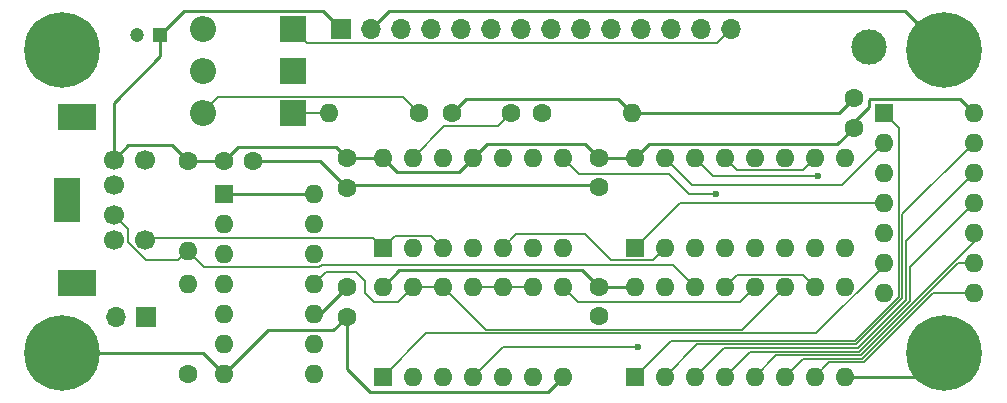
<source format=gtl>
G04 #@! TF.GenerationSoftware,KiCad,Pcbnew,7.0.5-0*
G04 #@! TF.CreationDate,2023-06-23T22:43:01+02:00*
G04 #@! TF.ProjectId,ps2_interface,7073325f-696e-4746-9572-666163652e6b,1.2*
G04 #@! TF.SameCoordinates,Original*
G04 #@! TF.FileFunction,Copper,L1,Top*
G04 #@! TF.FilePolarity,Positive*
%FSLAX46Y46*%
G04 Gerber Fmt 4.6, Leading zero omitted, Abs format (unit mm)*
G04 Created by KiCad (PCBNEW 7.0.5-0) date 2023-06-23 22:43:01*
%MOMM*%
%LPD*%
G01*
G04 APERTURE LIST*
G04 #@! TA.AperFunction,ComponentPad*
%ADD10C,1.600000*%
G04 #@! TD*
G04 #@! TA.AperFunction,ComponentPad*
%ADD11R,2.200000X2.200000*%
G04 #@! TD*
G04 #@! TA.AperFunction,ComponentPad*
%ADD12O,2.200000X2.200000*%
G04 #@! TD*
G04 #@! TA.AperFunction,ComponentPad*
%ADD13O,1.600000X1.600000*%
G04 #@! TD*
G04 #@! TA.AperFunction,ComponentPad*
%ADD14R,1.600000X1.600000*%
G04 #@! TD*
G04 #@! TA.AperFunction,ComponentPad*
%ADD15C,1.700000*%
G04 #@! TD*
G04 #@! TA.AperFunction,ComponentPad*
%ADD16R,3.200000X2.200000*%
G04 #@! TD*
G04 #@! TA.AperFunction,ComponentPad*
%ADD17R,2.200000X3.700000*%
G04 #@! TD*
G04 #@! TA.AperFunction,ComponentPad*
%ADD18C,6.400000*%
G04 #@! TD*
G04 #@! TA.AperFunction,ComponentPad*
%ADD19R,1.200000X1.200000*%
G04 #@! TD*
G04 #@! TA.AperFunction,ComponentPad*
%ADD20C,1.200000*%
G04 #@! TD*
G04 #@! TA.AperFunction,ComponentPad*
%ADD21R,1.700000X1.700000*%
G04 #@! TD*
G04 #@! TA.AperFunction,ComponentPad*
%ADD22O,1.700000X1.700000*%
G04 #@! TD*
G04 #@! TA.AperFunction,ComponentPad*
%ADD23C,3.000000*%
G04 #@! TD*
G04 #@! TA.AperFunction,ViaPad*
%ADD24C,0.600000*%
G04 #@! TD*
G04 #@! TA.AperFunction,Conductor*
%ADD25C,0.254000*%
G04 #@! TD*
G04 #@! TA.AperFunction,Conductor*
%ADD26C,0.152400*%
G04 #@! TD*
G04 APERTURE END LIST*
D10*
X118070000Y-69596000D03*
X113070000Y-69596000D03*
X147066000Y-70846000D03*
X147066000Y-68346000D03*
X125476000Y-84328000D03*
X125476000Y-86828000D03*
X125476000Y-73406000D03*
X125476000Y-75906000D03*
X104125000Y-84338000D03*
X104125000Y-86838000D03*
X104125000Y-73416000D03*
X104125000Y-75916000D03*
X93726000Y-73660000D03*
X96226000Y-73660000D03*
D11*
X99568000Y-69596000D03*
D12*
X91948000Y-69596000D03*
D10*
X110236000Y-69596000D03*
D13*
X102616000Y-69596000D03*
D10*
X90678000Y-91694000D03*
D13*
X90678000Y-84074000D03*
D10*
X120650000Y-69596000D03*
D13*
X128270000Y-69596000D03*
D14*
X128524000Y-91948000D03*
D13*
X131064000Y-91948000D03*
X133604000Y-91948000D03*
X136144000Y-91948000D03*
X138684000Y-91948000D03*
X141224000Y-91948000D03*
X143764000Y-91948000D03*
X146304000Y-91948000D03*
X146304000Y-84328000D03*
X143764000Y-84328000D03*
X141224000Y-84328000D03*
X138684000Y-84328000D03*
X136144000Y-84328000D03*
X133604000Y-84328000D03*
X131064000Y-84328000D03*
X128524000Y-84328000D03*
D14*
X128524000Y-81026000D03*
D13*
X131064000Y-81026000D03*
X133604000Y-81026000D03*
X136144000Y-81026000D03*
X138684000Y-81026000D03*
X141224000Y-81026000D03*
X143764000Y-81026000D03*
X146304000Y-81026000D03*
X146304000Y-73406000D03*
X143764000Y-73406000D03*
X141224000Y-73406000D03*
X138684000Y-73406000D03*
X136144000Y-73406000D03*
X133604000Y-73406000D03*
X131064000Y-73406000D03*
X128524000Y-73406000D03*
D14*
X107183000Y-91938000D03*
D13*
X109723000Y-91938000D03*
X112263000Y-91938000D03*
X114803000Y-91938000D03*
X117343000Y-91938000D03*
X119883000Y-91938000D03*
X122423000Y-91938000D03*
X122423000Y-84318000D03*
X119883000Y-84318000D03*
X117343000Y-84318000D03*
X114803000Y-84318000D03*
X112263000Y-84318000D03*
X109723000Y-84318000D03*
X107183000Y-84318000D03*
D15*
X84405000Y-78262000D03*
X84405000Y-75662000D03*
X84405000Y-80362000D03*
X84405000Y-73562000D03*
X87030000Y-80362000D03*
X87030000Y-73562000D03*
D16*
X81280000Y-83962000D03*
D17*
X80480000Y-76962000D03*
D16*
X81280000Y-69962000D03*
D18*
X80010000Y-89916000D03*
X154686000Y-64262000D03*
X154686000Y-89916000D03*
X80010000Y-64262000D03*
D14*
X107188000Y-81016000D03*
D13*
X109728000Y-81016000D03*
X112268000Y-81016000D03*
X114808000Y-81016000D03*
X117348000Y-81016000D03*
X119888000Y-81016000D03*
X122428000Y-81016000D03*
X122428000Y-73396000D03*
X119888000Y-73396000D03*
X117348000Y-73396000D03*
X114808000Y-73396000D03*
X112268000Y-73396000D03*
X109728000Y-73396000D03*
X107188000Y-73396000D03*
D10*
X90678000Y-73660000D03*
D13*
X90678000Y-81280000D03*
D19*
X88348600Y-62992000D03*
D20*
X86348600Y-62992000D03*
D21*
X87127000Y-86868000D03*
D22*
X84587000Y-86868000D03*
D23*
X148336000Y-64008000D03*
D14*
X93726000Y-76454000D03*
D13*
X93726000Y-78994000D03*
X93726000Y-81534000D03*
X93726000Y-84074000D03*
X93726000Y-86614000D03*
X93726000Y-89154000D03*
X93726000Y-91694000D03*
X101346000Y-91694000D03*
X101346000Y-89154000D03*
X101346000Y-86614000D03*
X101346000Y-84074000D03*
X101346000Y-81534000D03*
X101346000Y-78994000D03*
X101346000Y-76454000D03*
D11*
X99568000Y-66040000D03*
D12*
X91948000Y-66040000D03*
D11*
X99568000Y-62484000D03*
D12*
X91948000Y-62484000D03*
D14*
X149616000Y-69591000D03*
D13*
X149616000Y-72131000D03*
X149616000Y-74671000D03*
X149616000Y-77211000D03*
X149616000Y-79751000D03*
X149616000Y-82291000D03*
X149616000Y-84831000D03*
X157236000Y-84831000D03*
X157236000Y-82291000D03*
X157236000Y-79751000D03*
X157236000Y-77211000D03*
X157236000Y-74671000D03*
X157236000Y-72131000D03*
X157236000Y-69591000D03*
D21*
X103632000Y-62484000D03*
D22*
X106172000Y-62484000D03*
X108712000Y-62484000D03*
X111252000Y-62484000D03*
X113792000Y-62484000D03*
X116332000Y-62484000D03*
X118872000Y-62484000D03*
X121412000Y-62484000D03*
X123952000Y-62484000D03*
X126492000Y-62484000D03*
X129032000Y-62484000D03*
X131572000Y-62484000D03*
X134112000Y-62484000D03*
X136652000Y-62484000D03*
D24*
X128778000Y-89408000D03*
X144018000Y-74930000D03*
X135382000Y-76454000D03*
D25*
X128270000Y-69596000D02*
X145816000Y-69596000D01*
X114251000Y-68415000D02*
X113070000Y-69596000D01*
X80010000Y-89916000D02*
X91948000Y-89916000D01*
X145816000Y-69596000D02*
X147066000Y-68346000D01*
X154686000Y-64262000D02*
X151384000Y-60960000D01*
X107696000Y-60960000D02*
X106172000Y-62484000D01*
X121143000Y-93218000D02*
X122423000Y-91938000D01*
X93726000Y-91694000D02*
X97447000Y-87973000D01*
X106101000Y-93218000D02*
X121143000Y-93218000D01*
X146304000Y-91948000D02*
X152654000Y-91948000D01*
X104349000Y-75692000D02*
X125262000Y-75692000D01*
X104125000Y-86838000D02*
X104125000Y-91242000D01*
X91948000Y-89916000D02*
X93726000Y-91694000D01*
X101869000Y-73660000D02*
X104125000Y-75916000D01*
X128270000Y-69596000D02*
X127089000Y-68415000D01*
X104125000Y-91242000D02*
X106101000Y-93218000D01*
X96226000Y-73660000D02*
X101869000Y-73660000D01*
X127089000Y-68415000D02*
X114251000Y-68415000D01*
X97447000Y-87973000D02*
X102990000Y-87973000D01*
X151384000Y-60960000D02*
X107696000Y-60960000D01*
X102990000Y-87973000D02*
X104125000Y-86838000D01*
D26*
X112397800Y-70726200D02*
X116939800Y-70726200D01*
X116939800Y-70726200D02*
X118070000Y-69596000D01*
X109728000Y-73396000D02*
X112397800Y-70726200D01*
X99568000Y-69596000D02*
X102616000Y-69596000D01*
D25*
X129705000Y-72225000D02*
X145687000Y-72225000D01*
X124066200Y-82918200D02*
X125476000Y-84328000D01*
X107188000Y-73396000D02*
X108369000Y-74577000D01*
X108369000Y-74577000D02*
X113627000Y-74577000D01*
X125476000Y-84328000D02*
X128524000Y-84328000D01*
X103188000Y-72479000D02*
X94907000Y-72479000D01*
X148336000Y-69088000D02*
X148336000Y-68509000D01*
X102151000Y-61003000D02*
X90337600Y-61003000D01*
X85636000Y-72331000D02*
X89349000Y-72331000D01*
X145687000Y-72225000D02*
X147066000Y-70846000D01*
X156055000Y-68410000D02*
X157236000Y-69591000D01*
X124285000Y-72215000D02*
X115989000Y-72215000D01*
X89349000Y-72331000D02*
X90354711Y-73336711D01*
X93726000Y-76454000D02*
X101346000Y-76454000D01*
X128524000Y-73406000D02*
X129705000Y-72225000D01*
X103632000Y-62484000D02*
X102151000Y-61003000D01*
X88348600Y-64813400D02*
X84405000Y-68757000D01*
X147066000Y-70358000D02*
X148336000Y-69088000D01*
X101849000Y-86614000D02*
X104125000Y-84338000D01*
X84405000Y-73562000D02*
X85636000Y-72331000D01*
X125476000Y-73406000D02*
X128524000Y-73406000D01*
X104125000Y-73416000D02*
X103188000Y-72479000D01*
X90337600Y-61003000D02*
X88348600Y-62992000D01*
X93726000Y-73660000D02*
X90678000Y-73660000D01*
X148435000Y-68410000D02*
X156055000Y-68410000D01*
X108582800Y-82918200D02*
X124066200Y-82918200D01*
X88348600Y-62992000D02*
X88348600Y-64813400D01*
X84405000Y-68757000D02*
X84405000Y-73562000D01*
X104125000Y-73416000D02*
X107168000Y-73416000D01*
X125476000Y-73406000D02*
X124285000Y-72215000D01*
X107183000Y-84318000D02*
X108582800Y-82918200D01*
X115989000Y-72215000D02*
X114808000Y-73396000D01*
X94907000Y-72479000D02*
X93726000Y-73660000D01*
X113627000Y-74577000D02*
X114808000Y-73396000D01*
X148336000Y-68509000D02*
X148435000Y-68410000D01*
D26*
X93276600Y-68267400D02*
X108907400Y-68267400D01*
X108907400Y-68267400D02*
X110236000Y-69596000D01*
X91948000Y-69596000D02*
X93276600Y-68267400D01*
X132339000Y-77211000D02*
X149616000Y-77211000D01*
X132339000Y-77211000D02*
X128524000Y-81026000D01*
X133350000Y-75692000D02*
X131064000Y-73406000D01*
X133350000Y-75692000D02*
X146055000Y-75692000D01*
X149616000Y-72131000D02*
X146055000Y-75692000D01*
X153800657Y-84831000D02*
X147902857Y-90728800D01*
X157236000Y-84831000D02*
X153800657Y-84831000D01*
X147902857Y-90728800D02*
X144983200Y-90728800D01*
X144983200Y-90728800D02*
X143764000Y-91948000D01*
X155909605Y-82291000D02*
X147776605Y-90424000D01*
X142748000Y-90424000D02*
X141224000Y-91948000D01*
X147776605Y-90424000D02*
X142748000Y-90424000D01*
X157236000Y-82291000D02*
X155909605Y-82291000D01*
X147650353Y-90119200D02*
X140512800Y-90119200D01*
X157236000Y-79751000D02*
X157236000Y-80533553D01*
X140512800Y-90119200D02*
X138684000Y-91948000D01*
X157236000Y-80533553D02*
X147650353Y-90119200D01*
X157236000Y-77211000D02*
X151790400Y-82656600D01*
X151790400Y-85548101D02*
X147524101Y-89814400D01*
X138277600Y-89814400D02*
X136144000Y-91948000D01*
X147524101Y-89814400D02*
X138277600Y-89814400D01*
X151790400Y-82656600D02*
X151790400Y-85548101D01*
X136042400Y-89509600D02*
X133604000Y-91948000D01*
X151485600Y-80421400D02*
X151485600Y-85421849D01*
X157236000Y-74671000D02*
X151485600Y-80421400D01*
X151485600Y-85421849D02*
X147397849Y-89509600D01*
X147397849Y-89509600D02*
X136042400Y-89509600D01*
X151180800Y-78186200D02*
X151180800Y-85295597D01*
X133807200Y-89204800D02*
X131064000Y-91948000D01*
X147271597Y-89204800D02*
X133807200Y-89204800D01*
X157236000Y-72131000D02*
X151180800Y-78186200D01*
X151180800Y-85295597D02*
X147271597Y-89204800D01*
X108216600Y-79987400D02*
X111239400Y-79987400D01*
X87242200Y-80149800D02*
X106321800Y-80149800D01*
X106321800Y-80149800D02*
X107188000Y-81016000D01*
X111239400Y-79987400D02*
X112268000Y-81016000D01*
X107188000Y-81016000D02*
X108216600Y-79987400D01*
X102017345Y-82461000D02*
X101814145Y-82664200D01*
X101814145Y-82664200D02*
X92062200Y-82664200D01*
X131737000Y-82461000D02*
X102017345Y-82461000D01*
X85585200Y-80518000D02*
X85585200Y-79442200D01*
X90678000Y-81280000D02*
X89878001Y-82079999D01*
X85585200Y-79442200D02*
X84405000Y-78262000D01*
X92062200Y-82664200D02*
X90678000Y-81280000D01*
X87147199Y-82079999D02*
X85585200Y-80518000D01*
X89878001Y-82079999D02*
X87147199Y-82079999D01*
X133604000Y-84328000D02*
X131737000Y-82461000D01*
X114803000Y-91938000D02*
X117333000Y-89408000D01*
X117333000Y-89408000D02*
X128778000Y-89408000D01*
X102362000Y-83058000D02*
X104902000Y-83058000D01*
X115903200Y-87958200D02*
X137593800Y-87958200D01*
X137593800Y-87958200D02*
X141224000Y-84328000D01*
X112263000Y-84318000D02*
X109723000Y-84318000D01*
X105664000Y-84836000D02*
X106426000Y-85598000D01*
X104902000Y-83058000D02*
X105664000Y-83820000D01*
X112263000Y-84318000D02*
X115903200Y-87958200D01*
X106426000Y-85598000D02*
X108443000Y-85598000D01*
X105664000Y-83820000D02*
X105664000Y-84836000D01*
X101346000Y-84074000D02*
X102362000Y-83058000D01*
X108443000Y-85598000D02*
X109723000Y-84318000D01*
X144018000Y-74930000D02*
X135128000Y-74930000D01*
X135128000Y-74930000D02*
X133604000Y-73406000D01*
X131572000Y-88900000D02*
X128524000Y-91948000D01*
X147145345Y-88900000D02*
X131572000Y-88900000D01*
X149616000Y-69591000D02*
X150876000Y-70851000D01*
X150876000Y-85169345D02*
X147145345Y-88900000D01*
X150876000Y-70851000D02*
X150876000Y-85169345D01*
X126504600Y-82054600D02*
X130035400Y-82054600D01*
X117348000Y-81016000D02*
X118478200Y-79885800D01*
X130035400Y-82054600D02*
X131064000Y-81026000D01*
X118478200Y-79885800D02*
X124335800Y-79885800D01*
X124335800Y-79885800D02*
X126504600Y-82054600D01*
X122423000Y-84318000D02*
X123703000Y-85598000D01*
X123703000Y-85598000D02*
X137414000Y-85598000D01*
X137414000Y-85598000D02*
X138684000Y-84328000D01*
X133096000Y-76454000D02*
X135382000Y-76454000D01*
X142735400Y-83299400D02*
X143764000Y-84328000D01*
X131417800Y-74775800D02*
X133096000Y-76454000D01*
X136144000Y-73406000D02*
X137172600Y-74434600D01*
X122428000Y-73396000D02*
X123807800Y-74775800D01*
X142735400Y-74434600D02*
X143764000Y-73406000D01*
X137172600Y-83299400D02*
X142735400Y-83299400D01*
X136144000Y-84328000D02*
X137172600Y-83299400D01*
X137172600Y-74434600D02*
X142735400Y-74434600D01*
X123807800Y-74775800D02*
X131417800Y-74775800D01*
X143893000Y-88263000D02*
X149616000Y-82540000D01*
X110858000Y-88263000D02*
X143893000Y-88263000D01*
X107183000Y-91938000D02*
X110858000Y-88263000D01*
X135471800Y-63664200D02*
X100748200Y-63664200D01*
X136652000Y-62484000D02*
X135471800Y-63664200D01*
X100748200Y-63664200D02*
X99568000Y-62484000D01*
X114803000Y-84318000D02*
X119883000Y-84318000D01*
M02*

</source>
